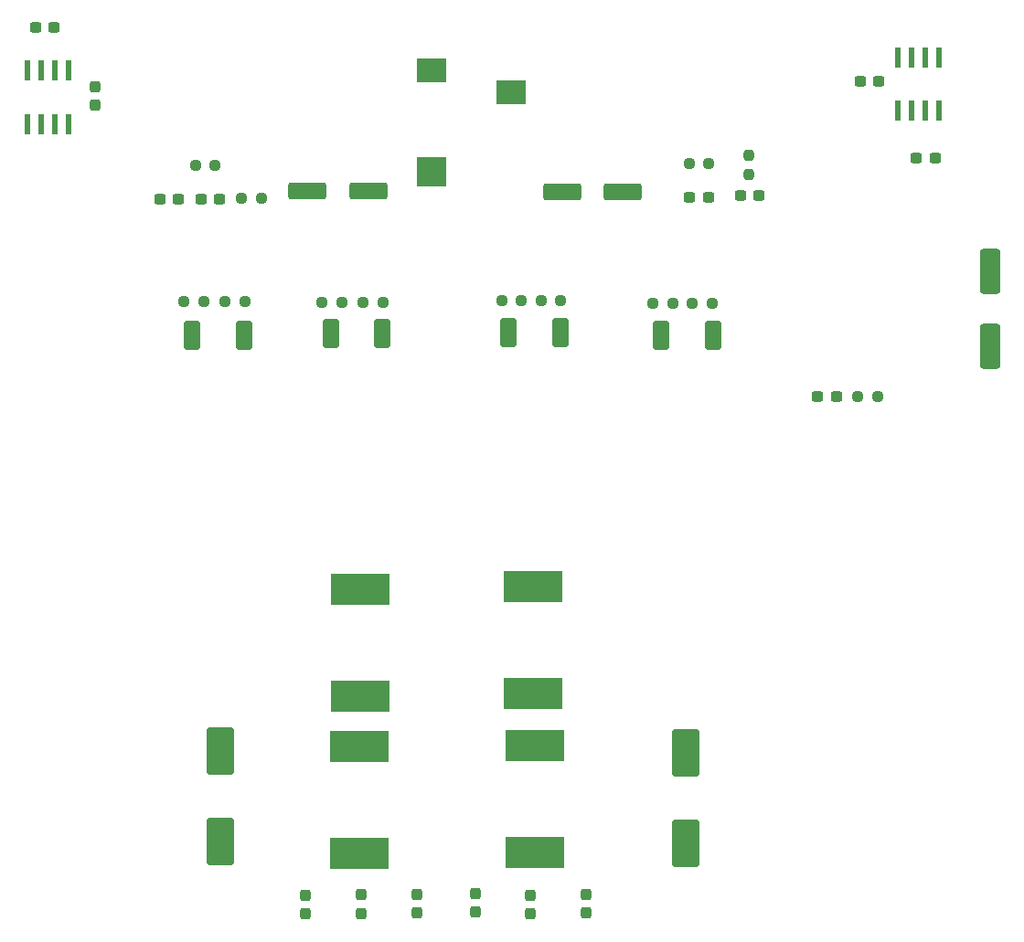
<source format=gbr>
%TF.GenerationSoftware,KiCad,Pcbnew,9.0.4*%
%TF.CreationDate,2025-09-07T12:41:53+05:30*%
%TF.ProjectId,STEREO  CLASS D AMP,53544552-454f-4202-9043-4c4153532044,rev?*%
%TF.SameCoordinates,Original*%
%TF.FileFunction,Paste,Top*%
%TF.FilePolarity,Positive*%
%FSLAX46Y46*%
G04 Gerber Fmt 4.6, Leading zero omitted, Abs format (unit mm)*
G04 Created by KiCad (PCBNEW 9.0.4) date 2025-09-07 12:41:53*
%MOMM*%
%LPD*%
G01*
G04 APERTURE LIST*
G04 Aperture macros list*
%AMRoundRect*
0 Rectangle with rounded corners*
0 $1 Rounding radius*
0 $2 $3 $4 $5 $6 $7 $8 $9 X,Y pos of 4 corners*
0 Add a 4 corners polygon primitive as box body*
4,1,4,$2,$3,$4,$5,$6,$7,$8,$9,$2,$3,0*
0 Add four circle primitives for the rounded corners*
1,1,$1+$1,$2,$3*
1,1,$1+$1,$4,$5*
1,1,$1+$1,$6,$7*
1,1,$1+$1,$8,$9*
0 Add four rect primitives between the rounded corners*
20,1,$1+$1,$2,$3,$4,$5,0*
20,1,$1+$1,$4,$5,$6,$7,0*
20,1,$1+$1,$6,$7,$8,$9,0*
20,1,$1+$1,$8,$9,$2,$3,0*%
G04 Aperture macros list end*
%ADD10R,5.400000X2.900000*%
%ADD11RoundRect,0.250000X-0.500000X-1.100000X0.500000X-1.100000X0.500000X1.100000X-0.500000X1.100000X0*%
%ADD12RoundRect,0.237500X-0.237500X0.300000X-0.237500X-0.300000X0.237500X-0.300000X0.237500X0.300000X0*%
%ADD13RoundRect,0.237500X-0.300000X-0.237500X0.300000X-0.237500X0.300000X0.237500X-0.300000X0.237500X0*%
%ADD14RoundRect,0.237500X0.250000X0.237500X-0.250000X0.237500X-0.250000X-0.237500X0.250000X-0.237500X0*%
%ADD15RoundRect,0.237500X-0.250000X-0.237500X0.250000X-0.237500X0.250000X0.237500X-0.250000X0.237500X0*%
%ADD16RoundRect,0.250000X0.700000X-1.825000X0.700000X1.825000X-0.700000X1.825000X-0.700000X-1.825000X0*%
%ADD17RoundRect,0.237500X0.300000X0.237500X-0.300000X0.237500X-0.300000X-0.237500X0.300000X-0.237500X0*%
%ADD18R,2.800000X2.200000*%
%ADD19R,2.800000X2.800000*%
%ADD20RoundRect,0.250000X1.500000X0.550000X-1.500000X0.550000X-1.500000X-0.550000X1.500000X-0.550000X0*%
%ADD21RoundRect,0.250000X-1.500000X-0.550000X1.500000X-0.550000X1.500000X0.550000X-1.500000X0.550000X0*%
%ADD22R,0.558800X1.981200*%
%ADD23RoundRect,0.237500X-0.237500X0.250000X-0.237500X-0.250000X0.237500X-0.250000X0.237500X0.250000X0*%
%ADD24RoundRect,0.250000X1.000000X-1.950000X1.000000X1.950000X-1.000000X1.950000X-1.000000X-1.950000X0*%
G04 APERTURE END LIST*
D10*
%TO.C,L3*%
X124061250Y-126290000D03*
X124061250Y-136190000D03*
%TD*%
D11*
%TO.C,D3*%
X108593750Y-88140000D03*
X113393750Y-88140000D03*
%TD*%
D10*
%TO.C,L1*%
X140161250Y-111490000D03*
X140161250Y-121390000D03*
%TD*%
D12*
%TO.C,C19*%
X124221250Y-140030000D03*
X124221250Y-141755000D03*
%TD*%
D13*
%TO.C,C7*%
X105561250Y-75530000D03*
X107286250Y-75530000D03*
%TD*%
D14*
%TO.C,R5*%
X110683750Y-72470000D03*
X108858750Y-72470000D03*
%TD*%
D12*
%TO.C,C15*%
X139921250Y-140045000D03*
X139921250Y-141770000D03*
%TD*%
D15*
%TO.C,R10*%
X111628750Y-85030000D03*
X113453750Y-85030000D03*
%TD*%
D16*
%TO.C,C1*%
X182431250Y-89205000D03*
X182431250Y-82255000D03*
%TD*%
D17*
%TO.C,C5*%
X161066250Y-75190000D03*
X159341250Y-75190000D03*
%TD*%
D11*
%TO.C,D1*%
X151983750Y-88180000D03*
X156783750Y-88180000D03*
%TD*%
D13*
%TO.C,C4*%
X154643750Y-75380000D03*
X156368750Y-75380000D03*
%TD*%
D14*
%TO.C,R13*%
X122441250Y-85170000D03*
X120616250Y-85170000D03*
%TD*%
%TO.C,R4*%
X114986250Y-75510000D03*
X113161250Y-75510000D03*
%TD*%
D18*
%TO.C,J4*%
X138141250Y-65630000D03*
X130741250Y-63630000D03*
D19*
X130741250Y-73030000D03*
%TD*%
D13*
%TO.C,C9*%
X170428750Y-64680000D03*
X172153750Y-64680000D03*
%TD*%
D12*
%TO.C,C14*%
X145051250Y-139982500D03*
X145051250Y-141707500D03*
%TD*%
D10*
%TO.C,L4*%
X124121250Y-111690000D03*
X124121250Y-121590000D03*
%TD*%
D13*
%TO.C,C10*%
X175638750Y-71790000D03*
X177363750Y-71790000D03*
%TD*%
D15*
%TO.C,R1*%
X170191250Y-93810000D03*
X172016250Y-93810000D03*
%TD*%
D13*
%TO.C,C6*%
X109403750Y-75540000D03*
X111128750Y-75540000D03*
%TD*%
D14*
%TO.C,R11*%
X109621250Y-85020000D03*
X107796250Y-85020000D03*
%TD*%
D10*
%TO.C,L2*%
X140341250Y-126170000D03*
X140341250Y-136070000D03*
%TD*%
D14*
%TO.C,R7*%
X153063750Y-85210000D03*
X151238750Y-85210000D03*
%TD*%
D20*
%TO.C,C3*%
X148431250Y-74920000D03*
X142831250Y-74920000D03*
%TD*%
D14*
%TO.C,R3*%
X156406250Y-72300000D03*
X154581250Y-72300000D03*
%TD*%
D21*
%TO.C,C8*%
X119261250Y-74820000D03*
X124861250Y-74820000D03*
%TD*%
D15*
%TO.C,R6*%
X154898750Y-85240000D03*
X156723750Y-85240000D03*
%TD*%
D17*
%TO.C,C12*%
X95803750Y-59620000D03*
X94078750Y-59620000D03*
%TD*%
D12*
%TO.C,C20*%
X119091250Y-140052500D03*
X119091250Y-141777500D03*
%TD*%
D11*
%TO.C,D2*%
X137871250Y-87900000D03*
X142671250Y-87900000D03*
%TD*%
D15*
%TO.C,R12*%
X124416250Y-85130000D03*
X126241250Y-85130000D03*
%TD*%
D14*
%TO.C,R8*%
X139043750Y-84950000D03*
X137218750Y-84950000D03*
%TD*%
D12*
%TO.C,C11*%
X99581250Y-65140000D03*
X99581250Y-66865000D03*
%TD*%
D17*
%TO.C,C2*%
X168216250Y-93870000D03*
X166491250Y-93870000D03*
%TD*%
D22*
%TO.C,U5*%
X173916250Y-67334999D03*
X175186250Y-67334999D03*
X176456250Y-67334999D03*
X177726250Y-67334999D03*
X177726250Y-62405001D03*
X176456250Y-62405001D03*
X175186250Y-62405001D03*
X173916250Y-62405001D03*
%TD*%
D23*
%TO.C,R2*%
X160141250Y-71457500D03*
X160141250Y-73282500D03*
%TD*%
D11*
%TO.C,D4*%
X121401250Y-88030000D03*
X126201250Y-88030000D03*
%TD*%
D12*
%TO.C,C18*%
X129351250Y-140000000D03*
X129351250Y-141725000D03*
%TD*%
D22*
%TO.C,U6*%
X97126250Y-63665001D03*
X95856250Y-63665001D03*
X94586250Y-63665001D03*
X93316250Y-63665001D03*
X93316250Y-68594999D03*
X94586250Y-68594999D03*
X95856250Y-68594999D03*
X97126250Y-68594999D03*
%TD*%
D12*
%TO.C,C16*%
X134791250Y-139875000D03*
X134791250Y-141600000D03*
%TD*%
D24*
%TO.C,C13*%
X154251250Y-135290000D03*
X154251250Y-126890000D03*
%TD*%
%TO.C,C17*%
X111141250Y-135070000D03*
X111141250Y-126670000D03*
%TD*%
D15*
%TO.C,R9*%
X140878750Y-84980000D03*
X142703750Y-84980000D03*
%TD*%
M02*

</source>
